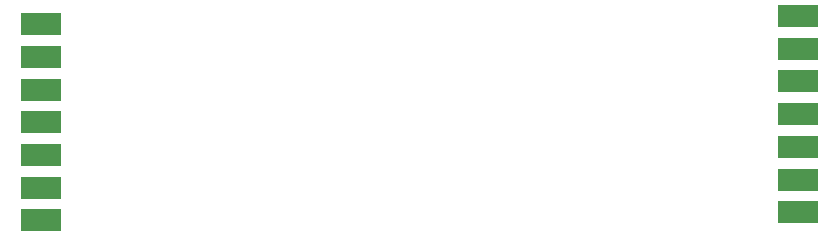
<source format=gbr>
%TF.GenerationSoftware,KiCad,Pcbnew,7.0.8*%
%TF.CreationDate,2026-01-30T16:34:37+01:00*%
%TF.ProjectId,taxanRGB,74617861-6e52-4474-922e-6b696361645f,rev?*%
%TF.SameCoordinates,Original*%
%TF.FileFunction,Paste,Bot*%
%TF.FilePolarity,Positive*%
%FSLAX46Y46*%
G04 Gerber Fmt 4.6, Leading zero omitted, Abs format (unit mm)*
G04 Created by KiCad (PCBNEW 7.0.8) date 2026-01-30 16:34:37*
%MOMM*%
%LPD*%
G01*
G04 APERTURE LIST*
%ADD10R,3.480000X1.846667*%
G04 APERTURE END LIST*
D10*
%TO.C,J2*%
X34925000Y-51746805D03*
X34925000Y-48976805D03*
X34925000Y-46206805D03*
X34925000Y-43436805D03*
X34925000Y-40666805D03*
X34925000Y-37896805D03*
X34925000Y-35126805D03*
%TD*%
%TO.C,J1*%
X99060000Y-34441000D03*
X99060000Y-37211000D03*
X99060000Y-39981000D03*
X99060000Y-42751000D03*
X99060000Y-45521000D03*
X99060000Y-48291000D03*
X99060000Y-51061000D03*
%TD*%
M02*

</source>
